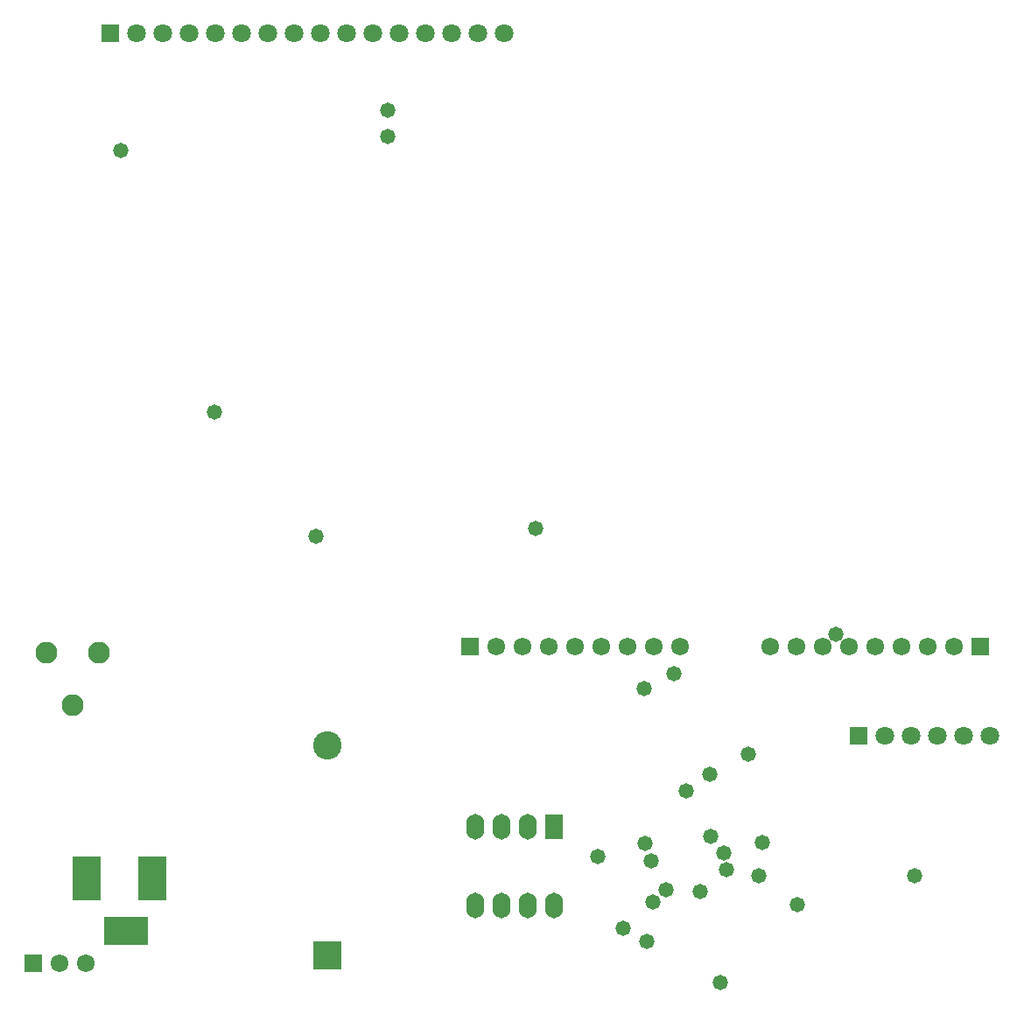
<source format=gbs>
G04*
G04 #@! TF.GenerationSoftware,Altium Limited,Altium Designer,21.0.8 (223)*
G04*
G04 Layer_Color=16711935*
%FSTAX24Y24*%
%MOIN*%
G70*
G04*
G04 #@! TF.SameCoordinates,EDDFCF6A-67A3-46E2-8177-59DA37980891*
G04*
G04*
G04 #@! TF.FilePolarity,Negative*
G04*
G01*
G75*
%ADD38R,0.0710X0.0710*%
%ADD39C,0.0710*%
%ADD40C,0.0830*%
%ADD41C,0.0678*%
%ADD42R,0.0678X0.0678*%
%ADD43R,0.1680X0.1080*%
%ADD44R,0.1080X0.1680*%
%ADD45R,0.0680X0.0980*%
%ADD46O,0.0680X0.0980*%
%ADD47R,0.1080X0.1080*%
%ADD48C,0.1080*%
%ADD49C,0.0580*%
D38*
X027207Y052549D02*
D03*
X05573Y025758D02*
D03*
D39*
X028207Y052549D02*
D03*
X029207D02*
D03*
X030207D02*
D03*
X031207D02*
D03*
X032207D02*
D03*
X033207D02*
D03*
X034207D02*
D03*
X035207D02*
D03*
X036207D02*
D03*
X037207D02*
D03*
X038207D02*
D03*
X039207D02*
D03*
X040207D02*
D03*
X041207D02*
D03*
X042207D02*
D03*
X05773Y025758D02*
D03*
X05673D02*
D03*
X05873D02*
D03*
X05973D02*
D03*
X06073D02*
D03*
D40*
X024783Y028947D02*
D03*
X025783Y026947D02*
D03*
X026783Y028947D02*
D03*
D41*
X041927Y029173D02*
D03*
X048927D02*
D03*
X047927D02*
D03*
X046927D02*
D03*
X045927D02*
D03*
X044927D02*
D03*
X043927D02*
D03*
X042927D02*
D03*
X059343D02*
D03*
X052343D02*
D03*
X053343D02*
D03*
X054343D02*
D03*
X055343D02*
D03*
X056343D02*
D03*
X057343D02*
D03*
X058343D02*
D03*
X026289Y017087D02*
D03*
X025289D02*
D03*
D42*
X040927Y029173D02*
D03*
X060343D02*
D03*
X024289Y017087D02*
D03*
D43*
X027806Y01833D02*
D03*
D44*
X026306Y02033D02*
D03*
X028806D02*
D03*
D45*
X044105Y022316D02*
D03*
D46*
X043105D02*
D03*
X042105D02*
D03*
X041105D02*
D03*
X044105Y019316D02*
D03*
X043105D02*
D03*
X042105D02*
D03*
X041105D02*
D03*
D47*
X035502Y017411D02*
D03*
D48*
Y025411D02*
D03*
D49*
X037795Y049587D02*
D03*
X0378Y04861D02*
D03*
X027618Y048071D02*
D03*
X04839Y01989D02*
D03*
X04869Y02814D02*
D03*
X04676Y01842D02*
D03*
X05044Y01638D02*
D03*
X045787Y021171D02*
D03*
X05207Y02169D02*
D03*
X03505Y033374D02*
D03*
X047834Y021006D02*
D03*
X0534Y01935D02*
D03*
X04789Y019426D02*
D03*
X05153Y025056D02*
D03*
X05008Y02194D02*
D03*
X05059Y02129D02*
D03*
X04754Y02756D02*
D03*
X050039Y024295D02*
D03*
X04914Y023674D02*
D03*
X04968Y01983D02*
D03*
X04343Y03368D02*
D03*
X031177Y038103D02*
D03*
X0476Y02168D02*
D03*
X05193Y02042D02*
D03*
X04766Y01792D02*
D03*
X05784Y02044D02*
D03*
X05069Y020668D02*
D03*
X05484Y02963D02*
D03*
M02*

</source>
